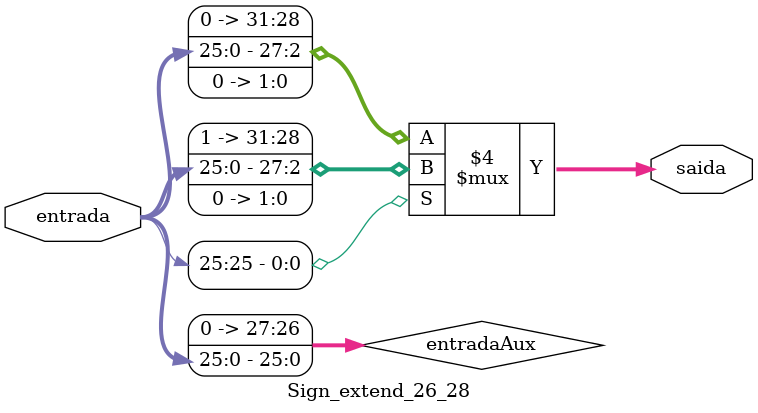
<source format=v>
module Sign_extend_26_28(
  input wire [25:0] entrada,
  output wire [31:0] saida
);
reg [27:0] entradaAux;
assign entradaAux=entrada;
assign saida = (entrada[25] == 1'b1) ? { {4{1'b1}}, {entradaAux<<2} }: { {4'b0}, {entradaAux<<2}};
endmodule
</source>
